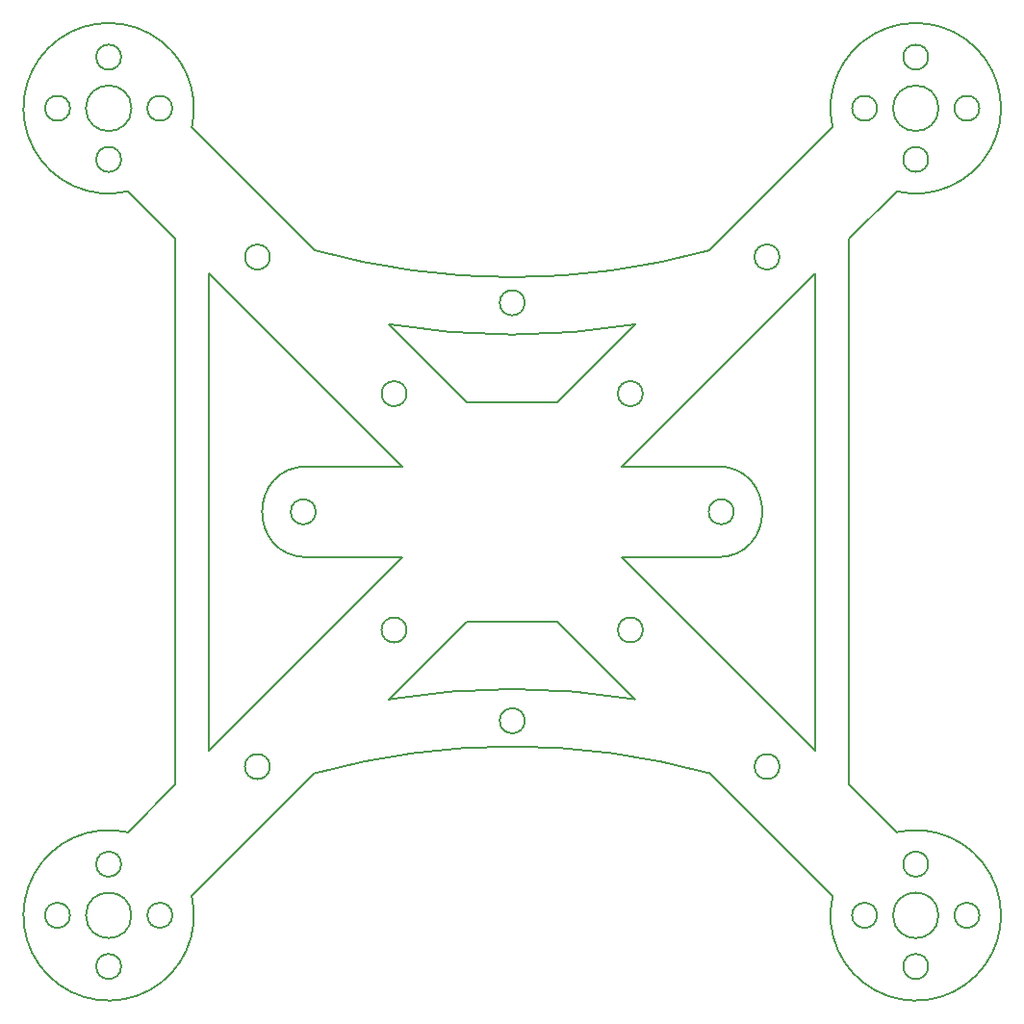
<source format=gbr>
%TF.GenerationSoftware,KiCad,Pcbnew,9.0.0-1.fc40*%
%TF.CreationDate,2025-05-08T22:38:50+02:00*%
%TF.ProjectId,CNC pcb,434e4320-7063-4622-9e6b-696361645f70,rev?*%
%TF.SameCoordinates,Original*%
%TF.FileFunction,Profile,NP*%
%FSLAX46Y46*%
G04 Gerber Fmt 4.6, Leading zero omitted, Abs format (unit mm)*
G04 Created by KiCad (PCBNEW 9.0.0-1.fc40) date 2025-05-08 22:38:50*
%MOMM*%
%LPD*%
G01*
G04 APERTURE LIST*
%TA.AperFunction,Profile*%
%ADD10C,0.200000*%
%TD*%
G04 APERTURE END LIST*
D10*
X106000000Y-105156854D02*
X114000000Y-105156854D01*
X76157662Y-123685483D02*
X80343146Y-119500000D01*
X146600000Y-126500000D02*
G75*
G02*
X144400000Y-126500000I-1100000J0D01*
G01*
X144400000Y-126500000D02*
G75*
G02*
X146600000Y-126500000I1100000J0D01*
G01*
X151100000Y-60000000D02*
G75*
G02*
X148900000Y-60000000I-1100000J0D01*
G01*
X148900000Y-60000000D02*
G75*
G02*
X151100000Y-60000000I1100000J0D01*
G01*
X76500000Y-131000000D02*
G75*
G02*
X72500000Y-131000000I-2000000J0D01*
G01*
X72500000Y-131000000D02*
G75*
G02*
X76500000Y-131000000I2000000J0D01*
G01*
X120843146Y-79000000D02*
G75*
G02*
X99156854Y-79000000I-10843146J64089212D01*
G01*
X76157662Y-67314517D02*
G75*
G02*
X81814517Y-61657662I-1657662J7314517D01*
G01*
X138185483Y-61657661D02*
X127343146Y-72500000D01*
X119656854Y-99500000D02*
X128000000Y-99500000D01*
X139656854Y-71500000D02*
X139656854Y-119500000D01*
X83343146Y-74500000D02*
X83343146Y-116500000D01*
X80343146Y-71500000D02*
X80343146Y-119500000D01*
X120843147Y-112000001D02*
X114000000Y-105156854D01*
X146600000Y-55500000D02*
G75*
G02*
X144400000Y-55500000I-1100000J0D01*
G01*
X144400000Y-55500000D02*
G75*
G02*
X146600000Y-55500000I1100000J0D01*
G01*
X100705530Y-105894470D02*
G75*
G02*
X98505530Y-105894470I-1100000J0D01*
G01*
X98505530Y-105894470D02*
G75*
G02*
X100705530Y-105894470I1100000J0D01*
G01*
X75600000Y-135500000D02*
G75*
G02*
X73400000Y-135500000I-1100000J0D01*
G01*
X73400000Y-135500000D02*
G75*
G02*
X75600000Y-135500000I1100000J0D01*
G01*
X100343146Y-99500000D02*
X92000000Y-99500000D01*
X88684715Y-117915285D02*
G75*
G02*
X86484715Y-117915285I-1100000J0D01*
G01*
X86484715Y-117915285D02*
G75*
G02*
X88684715Y-117915285I1100000J0D01*
G01*
X128000000Y-91500000D02*
G75*
G02*
X128000000Y-99500000I0J-4000000D01*
G01*
X136656854Y-74500000D02*
X136656854Y-116500000D01*
X127343148Y-72499998D02*
G75*
G02*
X92656857Y-72499999I-17343148J62643498D01*
G01*
X111100000Y-113884776D02*
G75*
G02*
X108900000Y-113884776I-1100000J0D01*
G01*
X108900000Y-113884776D02*
G75*
G02*
X111100000Y-113884776I1100000J0D01*
G01*
X138185483Y-61657661D02*
G75*
G02*
X143842338Y-67314517I7314517J1657661D01*
G01*
X81814517Y-129342339D02*
G75*
G02*
X76157662Y-123685483I-7314517J-1657661D01*
G01*
X143842338Y-123685483D02*
X139656854Y-119500000D01*
X121494470Y-85105530D02*
G75*
G02*
X119294470Y-85105530I-1100000J0D01*
G01*
X119294470Y-85105530D02*
G75*
G02*
X121494470Y-85105530I1100000J0D01*
G01*
X136656854Y-74500000D02*
X119656854Y-91500000D01*
X88684715Y-73084715D02*
G75*
G02*
X86484715Y-73084715I-1100000J0D01*
G01*
X86484715Y-73084715D02*
G75*
G02*
X88684715Y-73084715I1100000J0D01*
G01*
X99156854Y-79000000D02*
X106000000Y-85843146D01*
X142100000Y-60000000D02*
G75*
G02*
X139900000Y-60000000I-1100000J0D01*
G01*
X139900000Y-60000000D02*
G75*
G02*
X142100000Y-60000000I1100000J0D01*
G01*
X75600000Y-64500000D02*
G75*
G02*
X73400000Y-64500000I-1100000J0D01*
G01*
X73400000Y-64500000D02*
G75*
G02*
X75600000Y-64500000I1100000J0D01*
G01*
X83343146Y-116500000D02*
X100343146Y-99500000D01*
X121494470Y-105894470D02*
G75*
G02*
X119294470Y-105894470I-1100000J0D01*
G01*
X119294470Y-105894470D02*
G75*
G02*
X121494470Y-105894470I1100000J0D01*
G01*
X75600000Y-55500000D02*
G75*
G02*
X73400000Y-55500000I-1100000J0D01*
G01*
X73400000Y-55500000D02*
G75*
G02*
X75600000Y-55500000I1100000J0D01*
G01*
X80100000Y-131000000D02*
G75*
G02*
X77900000Y-131000000I-1100000J0D01*
G01*
X77900000Y-131000000D02*
G75*
G02*
X80100000Y-131000000I1100000J0D01*
G01*
X71100000Y-131000000D02*
G75*
G02*
X68900000Y-131000000I-1100000J0D01*
G01*
X68900000Y-131000000D02*
G75*
G02*
X71100000Y-131000000I1100000J0D01*
G01*
X136656854Y-116500000D02*
X119656854Y-99500000D01*
X71100000Y-60000000D02*
G75*
G02*
X68900000Y-60000000I-1100000J0D01*
G01*
X68900000Y-60000000D02*
G75*
G02*
X71100000Y-60000000I1100000J0D01*
G01*
X142100000Y-131000000D02*
G75*
G02*
X139900000Y-131000000I-1100000J0D01*
G01*
X139900000Y-131000000D02*
G75*
G02*
X142100000Y-131000000I1100000J0D01*
G01*
X106000000Y-105156854D02*
X99156854Y-112000000D01*
X147500000Y-131000000D02*
G75*
G02*
X143500000Y-131000000I-2000000J0D01*
G01*
X143500000Y-131000000D02*
G75*
G02*
X147500000Y-131000000I2000000J0D01*
G01*
X100705530Y-85105530D02*
G75*
G02*
X98505530Y-85105530I-1100000J0D01*
G01*
X98505530Y-85105530D02*
G75*
G02*
X100705530Y-85105530I1100000J0D01*
G01*
X133515285Y-117915285D02*
G75*
G02*
X131315285Y-117915285I-1100000J0D01*
G01*
X131315285Y-117915285D02*
G75*
G02*
X133515285Y-117915285I1100000J0D01*
G01*
X80100000Y-60000000D02*
G75*
G02*
X77900000Y-60000000I-1100000J0D01*
G01*
X77900000Y-60000000D02*
G75*
G02*
X80100000Y-60000000I1100000J0D01*
G01*
X143842338Y-67314517D02*
X139656854Y-71500000D01*
X81814517Y-61657661D02*
X92656856Y-72500002D01*
X147500000Y-60000000D02*
G75*
G02*
X143500000Y-60000000I-2000000J0D01*
G01*
X143500000Y-60000000D02*
G75*
G02*
X147500000Y-60000000I2000000J0D01*
G01*
X146600000Y-135500000D02*
G75*
G02*
X144400000Y-135500000I-1100000J0D01*
G01*
X144400000Y-135500000D02*
G75*
G02*
X146600000Y-135500000I1100000J0D01*
G01*
X106000000Y-85843146D02*
X114000000Y-85843146D01*
X75600000Y-126500000D02*
G75*
G02*
X73400000Y-126500000I-1100000J0D01*
G01*
X73400000Y-126500000D02*
G75*
G02*
X75600000Y-126500000I1100000J0D01*
G01*
X114000000Y-85843146D02*
X120843148Y-78999998D01*
X119656854Y-91500000D02*
X128000000Y-91500000D01*
X81814517Y-129342338D02*
X92656854Y-118500000D01*
X92000000Y-99500000D02*
G75*
G02*
X92000000Y-91500000I0J4000000D01*
G01*
X76500000Y-60000000D02*
G75*
G02*
X72500000Y-60000000I-2000000J0D01*
G01*
X72500000Y-60000000D02*
G75*
G02*
X76500000Y-60000000I2000000J0D01*
G01*
X99156854Y-112000000D02*
G75*
G02*
X120843147Y-112000000I10843146J-64089200D01*
G01*
X76157662Y-67314517D02*
X80343146Y-71500000D01*
X83343146Y-74500000D02*
X100343146Y-91500000D01*
X133515285Y-73084715D02*
G75*
G02*
X131315285Y-73084715I-1100000J0D01*
G01*
X131315285Y-73084715D02*
G75*
G02*
X133515285Y-73084715I1100000J0D01*
G01*
X92715224Y-95500000D02*
G75*
G02*
X90515224Y-95500000I-1100000J0D01*
G01*
X90515224Y-95500000D02*
G75*
G02*
X92715224Y-95500000I1100000J0D01*
G01*
X92656854Y-118500000D02*
G75*
G02*
X127343148Y-118500001I17343146J-62643500D01*
G01*
X138185483Y-129342339D02*
X127343148Y-118500002D01*
X146600000Y-64500000D02*
G75*
G02*
X144400000Y-64500000I-1100000J0D01*
G01*
X144400000Y-64500000D02*
G75*
G02*
X146600000Y-64500000I1100000J0D01*
G01*
X143842338Y-123685483D02*
G75*
G02*
X138185483Y-129342339I1657662J-7314517D01*
G01*
X111100000Y-77115224D02*
G75*
G02*
X108900000Y-77115224I-1100000J0D01*
G01*
X108900000Y-77115224D02*
G75*
G02*
X111100000Y-77115224I1100000J0D01*
G01*
X151100000Y-131000000D02*
G75*
G02*
X148900000Y-131000000I-1100000J0D01*
G01*
X148900000Y-131000000D02*
G75*
G02*
X151100000Y-131000000I1100000J0D01*
G01*
X129484776Y-95500000D02*
G75*
G02*
X127284776Y-95500000I-1100000J0D01*
G01*
X127284776Y-95500000D02*
G75*
G02*
X129484776Y-95500000I1100000J0D01*
G01*
X100343146Y-91500000D02*
X92000000Y-91500000D01*
M02*

</source>
